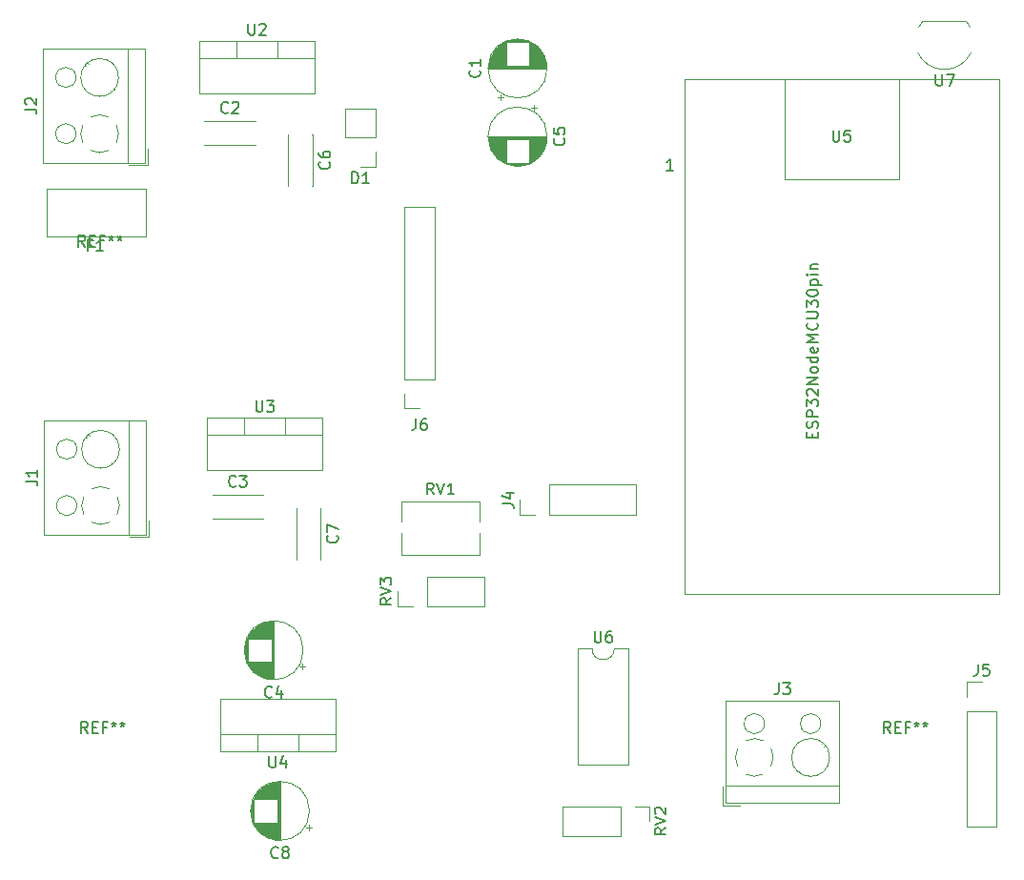
<source format=gbr>
%TF.GenerationSoftware,KiCad,Pcbnew,(5.1.9)-1*%
%TF.CreationDate,2021-03-07T20:13:41+01:00*%
%TF.ProjectId,FunctionGeneratorDDS,46756e63-7469-46f6-9e47-656e65726174,rev?*%
%TF.SameCoordinates,Original*%
%TF.FileFunction,Legend,Top*%
%TF.FilePolarity,Positive*%
%FSLAX46Y46*%
G04 Gerber Fmt 4.6, Leading zero omitted, Abs format (unit mm)*
G04 Created by KiCad (PCBNEW (5.1.9)-1) date 2021-03-07 20:13:41*
%MOMM*%
%LPD*%
G01*
G04 APERTURE LIST*
%ADD10C,0.120000*%
%ADD11C,0.150000*%
G04 APERTURE END LIST*
D10*
%TO.C,U7*%
X139567360Y-61594260D02*
X135717360Y-61594260D01*
X135324977Y-62181996D02*
G75*
G02*
X135717360Y-61594260I2302383J-1112264D01*
G01*
X135270960Y-64393067D02*
G75*
G03*
X137627360Y-65894260I2356400J1098807D01*
G01*
X139983760Y-64393067D02*
G75*
G02*
X137627360Y-65894260I-2356400J1098807D01*
G01*
X139949991Y-62172215D02*
G75*
G03*
X139567360Y-61594260I-2322631J-1122045D01*
G01*
%TO.C,D1*%
X87088020Y-74542960D02*
X85758020Y-74542960D01*
X87088020Y-73212960D02*
X87088020Y-74542960D01*
X87088020Y-71942960D02*
X84428020Y-71942960D01*
X84428020Y-71942960D02*
X84428020Y-69342960D01*
X87088020Y-71942960D02*
X87088020Y-69342960D01*
X87088020Y-69342960D02*
X84428020Y-69342960D01*
%TO.C,F1*%
X66686360Y-80702520D02*
X57946360Y-80702520D01*
X66686360Y-80702520D02*
X66686360Y-76462520D01*
X57946360Y-76462520D02*
X57946360Y-80702520D01*
X57946360Y-76462520D02*
X66686360Y-76462520D01*
%TO.C,U6*%
X109575160Y-117300700D02*
X108325160Y-117300700D01*
X109575160Y-127580700D02*
X109575160Y-117300700D01*
X105075160Y-127580700D02*
X109575160Y-127580700D01*
X105075160Y-117300700D02*
X105075160Y-127580700D01*
X106325160Y-117300700D02*
X105075160Y-117300700D01*
X108325160Y-117300700D02*
G75*
G02*
X106325160Y-117300700I-1000000J0D01*
G01*
%TO.C,U5*%
X114515900Y-66758820D02*
X142455900Y-66758820D01*
X142455900Y-66758820D02*
X142455900Y-112478820D01*
X142455900Y-112478820D02*
X114515900Y-112478820D01*
X114515900Y-112478820D02*
X114515900Y-66758820D01*
X123405900Y-66758820D02*
X123405900Y-75648820D01*
X123405900Y-75648820D02*
X133565900Y-75648820D01*
X133565900Y-75648820D02*
X133565900Y-66758820D01*
%TO.C,U4*%
X76584200Y-126401580D02*
X76584200Y-124891580D01*
X80285200Y-126401580D02*
X80285200Y-124891580D01*
X83555200Y-124891580D02*
X73315200Y-124891580D01*
X73315200Y-126401580D02*
X73315200Y-121760580D01*
X83555200Y-126401580D02*
X83555200Y-121760580D01*
X83555200Y-121760580D02*
X73315200Y-121760580D01*
X83555200Y-126401580D02*
X73315200Y-126401580D01*
%TO.C,U3*%
X79115260Y-96826320D02*
X79115260Y-98336320D01*
X75414260Y-96826320D02*
X75414260Y-98336320D01*
X72144260Y-98336320D02*
X82384260Y-98336320D01*
X82384260Y-96826320D02*
X82384260Y-101467320D01*
X72144260Y-96826320D02*
X72144260Y-101467320D01*
X72144260Y-101467320D02*
X82384260Y-101467320D01*
X72144260Y-96826320D02*
X82384260Y-96826320D01*
%TO.C,U2*%
X78432000Y-63356740D02*
X78432000Y-64866740D01*
X74731000Y-63356740D02*
X74731000Y-64866740D01*
X71461000Y-64866740D02*
X81701000Y-64866740D01*
X81701000Y-63356740D02*
X81701000Y-67997740D01*
X71461000Y-63356740D02*
X71461000Y-67997740D01*
X71461000Y-67997740D02*
X81701000Y-67997740D01*
X71461000Y-63356740D02*
X81701000Y-63356740D01*
%TO.C,RV3*%
X89060980Y-113559900D02*
X89060980Y-112229900D01*
X90390980Y-113559900D02*
X89060980Y-113559900D01*
X91660980Y-113559900D02*
X91660980Y-110899900D01*
X91660980Y-110899900D02*
X96800980Y-110899900D01*
X91660980Y-113559900D02*
X96800980Y-113559900D01*
X96800980Y-113559900D02*
X96800980Y-110899900D01*
%TO.C,RV2*%
X111441540Y-131301180D02*
X111441540Y-132631180D01*
X110111540Y-131301180D02*
X111441540Y-131301180D01*
X108841540Y-131301180D02*
X108841540Y-133961180D01*
X108841540Y-133961180D02*
X103701540Y-133961180D01*
X108841540Y-131301180D02*
X103701540Y-131301180D01*
X103701540Y-131301180D02*
X103701540Y-133961180D01*
%TO.C,RV1*%
X96360260Y-107054080D02*
X96360260Y-109018080D01*
X96360260Y-104278080D02*
X96360260Y-106064080D01*
X89410260Y-107054080D02*
X89410260Y-109018080D01*
X89410260Y-104278080D02*
X89410260Y-106064080D01*
X89410260Y-109018080D02*
X96360260Y-109018080D01*
X89410260Y-104278080D02*
X96360260Y-104278080D01*
%TO.C,J6*%
X91028520Y-95990720D02*
X89698520Y-95990720D01*
X89698520Y-95990720D02*
X89698520Y-94660720D01*
X89698520Y-93390720D02*
X89698520Y-78090720D01*
X92358520Y-78090720D02*
X89698520Y-78090720D01*
X92358520Y-93390720D02*
X92358520Y-78090720D01*
X92358520Y-93390720D02*
X89698520Y-93390720D01*
%TO.C,J5*%
X139612060Y-120262340D02*
X140942060Y-120262340D01*
X139612060Y-121592340D02*
X139612060Y-120262340D01*
X139612060Y-122862340D02*
X142272060Y-122862340D01*
X142272060Y-122862340D02*
X142272060Y-133082340D01*
X139612060Y-122862340D02*
X139612060Y-133082340D01*
X139612060Y-133082340D02*
X142272060Y-133082340D01*
%TO.C,J4*%
X99916940Y-105426820D02*
X99916940Y-104096820D01*
X101246940Y-105426820D02*
X99916940Y-105426820D01*
X102516940Y-105426820D02*
X102516940Y-102766820D01*
X102516940Y-102766820D02*
X110196940Y-102766820D01*
X102516940Y-105426820D02*
X110196940Y-105426820D01*
X110196940Y-105426820D02*
X110196940Y-102766820D01*
%TO.C,J3*%
X117949060Y-131277140D02*
X119449060Y-131277140D01*
X117949060Y-129537140D02*
X117949060Y-131277140D01*
X124569060Y-127953140D02*
X124475060Y-128046140D01*
X126819060Y-125702140D02*
X126760060Y-125761140D01*
X124739060Y-128193140D02*
X124680060Y-128251140D01*
X127024060Y-125908140D02*
X126930060Y-126001140D01*
X128309060Y-121917140D02*
X128309060Y-131037140D01*
X118189060Y-121917140D02*
X118189060Y-131037140D01*
X118189060Y-131037140D02*
X128309060Y-131037140D01*
X118189060Y-121917140D02*
X128309060Y-121917140D01*
X118189060Y-129477140D02*
X128309060Y-129477140D01*
X126649060Y-123977140D02*
G75*
G03*
X126649060Y-123977140I-900000J0D01*
G01*
X127429060Y-126977140D02*
G75*
G03*
X127429060Y-126977140I-1680000J0D01*
G01*
X121649060Y-123977140D02*
G75*
G03*
X121649060Y-123977140I-900000J0D01*
G01*
X120778443Y-128657590D02*
G75*
G02*
X119960060Y-128461140I-29383J1680450D01*
G01*
X119265107Y-127766228D02*
G75*
G02*
X119265060Y-126188140I1483953J789088D01*
G01*
X119959972Y-125493187D02*
G75*
G02*
X121538060Y-125493140I789088J-1483953D01*
G01*
X122233013Y-126188052D02*
G75*
G02*
X122233060Y-127766140I-1483953J-789088D01*
G01*
X121537772Y-128460492D02*
G75*
G02*
X120749060Y-128657140I-788712J1483352D01*
G01*
%TO.C,J2*%
X66913540Y-74392440D02*
X66913540Y-72892440D01*
X65173540Y-74392440D02*
X66913540Y-74392440D01*
X63589540Y-67772440D02*
X63682540Y-67866440D01*
X61338540Y-65522440D02*
X61397540Y-65581440D01*
X63829540Y-67602440D02*
X63887540Y-67661440D01*
X61544540Y-65317440D02*
X61637540Y-65411440D01*
X57553540Y-64032440D02*
X66673540Y-64032440D01*
X57553540Y-74152440D02*
X66673540Y-74152440D01*
X66673540Y-74152440D02*
X66673540Y-64032440D01*
X57553540Y-74152440D02*
X57553540Y-64032440D01*
X65113540Y-74152440D02*
X65113540Y-64032440D01*
X60513540Y-66592440D02*
G75*
G03*
X60513540Y-66592440I-900000J0D01*
G01*
X64293540Y-66592440D02*
G75*
G03*
X64293540Y-66592440I-1680000J0D01*
G01*
X60513540Y-71592440D02*
G75*
G03*
X60513540Y-71592440I-900000J0D01*
G01*
X64293990Y-71563057D02*
G75*
G02*
X64097540Y-72381440I-1680450J-29383D01*
G01*
X63402628Y-73076393D02*
G75*
G02*
X61824540Y-73076440I-789088J1483953D01*
G01*
X61129587Y-72381528D02*
G75*
G02*
X61129540Y-70803440I1483953J789088D01*
G01*
X61824452Y-70108487D02*
G75*
G02*
X63402540Y-70108440I789088J-1483953D01*
G01*
X64096892Y-70803728D02*
G75*
G02*
X64293540Y-71592440I-1483352J-788712D01*
G01*
%TO.C,J1*%
X66992280Y-107412440D02*
X66992280Y-105912440D01*
X65252280Y-107412440D02*
X66992280Y-107412440D01*
X63668280Y-100792440D02*
X63761280Y-100886440D01*
X61417280Y-98542440D02*
X61476280Y-98601440D01*
X63908280Y-100622440D02*
X63966280Y-100681440D01*
X61623280Y-98337440D02*
X61716280Y-98431440D01*
X57632280Y-97052440D02*
X66752280Y-97052440D01*
X57632280Y-107172440D02*
X66752280Y-107172440D01*
X66752280Y-107172440D02*
X66752280Y-97052440D01*
X57632280Y-107172440D02*
X57632280Y-97052440D01*
X65192280Y-107172440D02*
X65192280Y-97052440D01*
X60592280Y-99612440D02*
G75*
G03*
X60592280Y-99612440I-900000J0D01*
G01*
X64372280Y-99612440D02*
G75*
G03*
X64372280Y-99612440I-1680000J0D01*
G01*
X60592280Y-104612440D02*
G75*
G03*
X60592280Y-104612440I-900000J0D01*
G01*
X64372730Y-104583057D02*
G75*
G02*
X64176280Y-105401440I-1680450J-29383D01*
G01*
X63481368Y-106096393D02*
G75*
G02*
X61903280Y-106096440I-789088J1483953D01*
G01*
X61208327Y-105401528D02*
G75*
G02*
X61208280Y-103823440I1483953J789088D01*
G01*
X61903192Y-103128487D02*
G75*
G02*
X63481280Y-103128440I789088J-1483953D01*
G01*
X64175632Y-103823728D02*
G75*
G02*
X64372280Y-104612440I-1483352J-788712D01*
G01*
%TO.C,C8*%
X81177615Y-133446860D02*
X81177615Y-132946860D01*
X81427615Y-133196860D02*
X80927615Y-133196860D01*
X76021840Y-132005860D02*
X76021840Y-131437860D01*
X76061840Y-132239860D02*
X76061840Y-131203860D01*
X76101840Y-132398860D02*
X76101840Y-131044860D01*
X76141840Y-132526860D02*
X76141840Y-130916860D01*
X76181840Y-132636860D02*
X76181840Y-130806860D01*
X76221840Y-132732860D02*
X76221840Y-130710860D01*
X76261840Y-132819860D02*
X76261840Y-130623860D01*
X76301840Y-132899860D02*
X76301840Y-130543860D01*
X76341840Y-130681860D02*
X76341840Y-130470860D01*
X76341840Y-132972860D02*
X76341840Y-132761860D01*
X76381840Y-130681860D02*
X76381840Y-130402860D01*
X76381840Y-133040860D02*
X76381840Y-132761860D01*
X76421840Y-130681860D02*
X76421840Y-130338860D01*
X76421840Y-133104860D02*
X76421840Y-132761860D01*
X76461840Y-130681860D02*
X76461840Y-130278860D01*
X76461840Y-133164860D02*
X76461840Y-132761860D01*
X76501840Y-130681860D02*
X76501840Y-130221860D01*
X76501840Y-133221860D02*
X76501840Y-132761860D01*
X76541840Y-130681860D02*
X76541840Y-130167860D01*
X76541840Y-133275860D02*
X76541840Y-132761860D01*
X76581840Y-130681860D02*
X76581840Y-130116860D01*
X76581840Y-133326860D02*
X76581840Y-132761860D01*
X76621840Y-130681860D02*
X76621840Y-130068860D01*
X76621840Y-133374860D02*
X76621840Y-132761860D01*
X76661840Y-130681860D02*
X76661840Y-130022860D01*
X76661840Y-133420860D02*
X76661840Y-132761860D01*
X76701840Y-130681860D02*
X76701840Y-129978860D01*
X76701840Y-133464860D02*
X76701840Y-132761860D01*
X76741840Y-130681860D02*
X76741840Y-129936860D01*
X76741840Y-133506860D02*
X76741840Y-132761860D01*
X76781840Y-130681860D02*
X76781840Y-129895860D01*
X76781840Y-133547860D02*
X76781840Y-132761860D01*
X76821840Y-130681860D02*
X76821840Y-129857860D01*
X76821840Y-133585860D02*
X76821840Y-132761860D01*
X76861840Y-130681860D02*
X76861840Y-129820860D01*
X76861840Y-133622860D02*
X76861840Y-132761860D01*
X76901840Y-130681860D02*
X76901840Y-129784860D01*
X76901840Y-133658860D02*
X76901840Y-132761860D01*
X76941840Y-130681860D02*
X76941840Y-129750860D01*
X76941840Y-133692860D02*
X76941840Y-132761860D01*
X76981840Y-130681860D02*
X76981840Y-129717860D01*
X76981840Y-133725860D02*
X76981840Y-132761860D01*
X77021840Y-130681860D02*
X77021840Y-129686860D01*
X77021840Y-133756860D02*
X77021840Y-132761860D01*
X77061840Y-130681860D02*
X77061840Y-129656860D01*
X77061840Y-133786860D02*
X77061840Y-132761860D01*
X77101840Y-130681860D02*
X77101840Y-129626860D01*
X77101840Y-133816860D02*
X77101840Y-132761860D01*
X77141840Y-130681860D02*
X77141840Y-129599860D01*
X77141840Y-133843860D02*
X77141840Y-132761860D01*
X77181840Y-130681860D02*
X77181840Y-129572860D01*
X77181840Y-133870860D02*
X77181840Y-132761860D01*
X77221840Y-130681860D02*
X77221840Y-129546860D01*
X77221840Y-133896860D02*
X77221840Y-132761860D01*
X77261840Y-130681860D02*
X77261840Y-129521860D01*
X77261840Y-133921860D02*
X77261840Y-132761860D01*
X77301840Y-130681860D02*
X77301840Y-129497860D01*
X77301840Y-133945860D02*
X77301840Y-132761860D01*
X77341840Y-130681860D02*
X77341840Y-129474860D01*
X77341840Y-133968860D02*
X77341840Y-132761860D01*
X77381840Y-130681860D02*
X77381840Y-129453860D01*
X77381840Y-133989860D02*
X77381840Y-132761860D01*
X77421840Y-130681860D02*
X77421840Y-129431860D01*
X77421840Y-134011860D02*
X77421840Y-132761860D01*
X77461840Y-130681860D02*
X77461840Y-129411860D01*
X77461840Y-134031860D02*
X77461840Y-132761860D01*
X77501840Y-130681860D02*
X77501840Y-129392860D01*
X77501840Y-134050860D02*
X77501840Y-132761860D01*
X77541840Y-130681860D02*
X77541840Y-129373860D01*
X77541840Y-134069860D02*
X77541840Y-132761860D01*
X77581840Y-130681860D02*
X77581840Y-129356860D01*
X77581840Y-134086860D02*
X77581840Y-132761860D01*
X77621840Y-130681860D02*
X77621840Y-129339860D01*
X77621840Y-134103860D02*
X77621840Y-132761860D01*
X77661840Y-130681860D02*
X77661840Y-129323860D01*
X77661840Y-134119860D02*
X77661840Y-132761860D01*
X77701840Y-130681860D02*
X77701840Y-129307860D01*
X77701840Y-134135860D02*
X77701840Y-132761860D01*
X77741840Y-130681860D02*
X77741840Y-129293860D01*
X77741840Y-134149860D02*
X77741840Y-132761860D01*
X77781840Y-130681860D02*
X77781840Y-129279860D01*
X77781840Y-134163860D02*
X77781840Y-132761860D01*
X77821840Y-130681860D02*
X77821840Y-129266860D01*
X77821840Y-134176860D02*
X77821840Y-132761860D01*
X77861840Y-130681860D02*
X77861840Y-129253860D01*
X77861840Y-134189860D02*
X77861840Y-132761860D01*
X77901840Y-130681860D02*
X77901840Y-129241860D01*
X77901840Y-134201860D02*
X77901840Y-132761860D01*
X77942840Y-130681860D02*
X77942840Y-129230860D01*
X77942840Y-134212860D02*
X77942840Y-132761860D01*
X77982840Y-130681860D02*
X77982840Y-129220860D01*
X77982840Y-134222860D02*
X77982840Y-132761860D01*
X78022840Y-130681860D02*
X78022840Y-129210860D01*
X78022840Y-134232860D02*
X78022840Y-132761860D01*
X78062840Y-130681860D02*
X78062840Y-129201860D01*
X78062840Y-134241860D02*
X78062840Y-132761860D01*
X78102840Y-130681860D02*
X78102840Y-129193860D01*
X78102840Y-134249860D02*
X78102840Y-132761860D01*
X78142840Y-130681860D02*
X78142840Y-129185860D01*
X78142840Y-134257860D02*
X78142840Y-132761860D01*
X78182840Y-130681860D02*
X78182840Y-129178860D01*
X78182840Y-134264860D02*
X78182840Y-132761860D01*
X78222840Y-130681860D02*
X78222840Y-129171860D01*
X78222840Y-134271860D02*
X78222840Y-132761860D01*
X78262840Y-130681860D02*
X78262840Y-129165860D01*
X78262840Y-134277860D02*
X78262840Y-132761860D01*
X78302840Y-130681860D02*
X78302840Y-129160860D01*
X78302840Y-134282860D02*
X78302840Y-132761860D01*
X78342840Y-130681860D02*
X78342840Y-129156860D01*
X78342840Y-134286860D02*
X78342840Y-132761860D01*
X78382840Y-130681860D02*
X78382840Y-129152860D01*
X78382840Y-134290860D02*
X78382840Y-132761860D01*
X78422840Y-134294860D02*
X78422840Y-129148860D01*
X78462840Y-134297860D02*
X78462840Y-129145860D01*
X78502840Y-134299860D02*
X78502840Y-129143860D01*
X78542840Y-134300860D02*
X78542840Y-129142860D01*
X78582840Y-134301860D02*
X78582840Y-129141860D01*
X78622840Y-134301860D02*
X78622840Y-129141860D01*
X81242840Y-131721860D02*
G75*
G03*
X81242840Y-131721860I-2620000J0D01*
G01*
%TO.C,C7*%
X80077680Y-109382440D02*
X80062680Y-109382440D01*
X82202680Y-109382440D02*
X82187680Y-109382440D01*
X80077680Y-104842440D02*
X80062680Y-104842440D01*
X82202680Y-104842440D02*
X82187680Y-104842440D01*
X80062680Y-104842440D02*
X80062680Y-109382440D01*
X82202680Y-104842440D02*
X82202680Y-109382440D01*
%TO.C,C6*%
X79369020Y-76204960D02*
X79354020Y-76204960D01*
X81494020Y-76204960D02*
X81479020Y-76204960D01*
X79369020Y-71664960D02*
X79354020Y-71664960D01*
X81494020Y-71664960D02*
X81479020Y-71664960D01*
X79354020Y-71664960D02*
X79354020Y-76204960D01*
X81494020Y-71664960D02*
X81494020Y-76204960D01*
%TO.C,C5*%
X101447940Y-69281825D02*
X100947940Y-69281825D01*
X101197940Y-69031825D02*
X101197940Y-69531825D01*
X100006940Y-74437600D02*
X99438940Y-74437600D01*
X100240940Y-74397600D02*
X99204940Y-74397600D01*
X100399940Y-74357600D02*
X99045940Y-74357600D01*
X100527940Y-74317600D02*
X98917940Y-74317600D01*
X100637940Y-74277600D02*
X98807940Y-74277600D01*
X100733940Y-74237600D02*
X98711940Y-74237600D01*
X100820940Y-74197600D02*
X98624940Y-74197600D01*
X100900940Y-74157600D02*
X98544940Y-74157600D01*
X98682940Y-74117600D02*
X98471940Y-74117600D01*
X100973940Y-74117600D02*
X100762940Y-74117600D01*
X98682940Y-74077600D02*
X98403940Y-74077600D01*
X101041940Y-74077600D02*
X100762940Y-74077600D01*
X98682940Y-74037600D02*
X98339940Y-74037600D01*
X101105940Y-74037600D02*
X100762940Y-74037600D01*
X98682940Y-73997600D02*
X98279940Y-73997600D01*
X101165940Y-73997600D02*
X100762940Y-73997600D01*
X98682940Y-73957600D02*
X98222940Y-73957600D01*
X101222940Y-73957600D02*
X100762940Y-73957600D01*
X98682940Y-73917600D02*
X98168940Y-73917600D01*
X101276940Y-73917600D02*
X100762940Y-73917600D01*
X98682940Y-73877600D02*
X98117940Y-73877600D01*
X101327940Y-73877600D02*
X100762940Y-73877600D01*
X98682940Y-73837600D02*
X98069940Y-73837600D01*
X101375940Y-73837600D02*
X100762940Y-73837600D01*
X98682940Y-73797600D02*
X98023940Y-73797600D01*
X101421940Y-73797600D02*
X100762940Y-73797600D01*
X98682940Y-73757600D02*
X97979940Y-73757600D01*
X101465940Y-73757600D02*
X100762940Y-73757600D01*
X98682940Y-73717600D02*
X97937940Y-73717600D01*
X101507940Y-73717600D02*
X100762940Y-73717600D01*
X98682940Y-73677600D02*
X97896940Y-73677600D01*
X101548940Y-73677600D02*
X100762940Y-73677600D01*
X98682940Y-73637600D02*
X97858940Y-73637600D01*
X101586940Y-73637600D02*
X100762940Y-73637600D01*
X98682940Y-73597600D02*
X97821940Y-73597600D01*
X101623940Y-73597600D02*
X100762940Y-73597600D01*
X98682940Y-73557600D02*
X97785940Y-73557600D01*
X101659940Y-73557600D02*
X100762940Y-73557600D01*
X98682940Y-73517600D02*
X97751940Y-73517600D01*
X101693940Y-73517600D02*
X100762940Y-73517600D01*
X98682940Y-73477600D02*
X97718940Y-73477600D01*
X101726940Y-73477600D02*
X100762940Y-73477600D01*
X98682940Y-73437600D02*
X97687940Y-73437600D01*
X101757940Y-73437600D02*
X100762940Y-73437600D01*
X98682940Y-73397600D02*
X97657940Y-73397600D01*
X101787940Y-73397600D02*
X100762940Y-73397600D01*
X98682940Y-73357600D02*
X97627940Y-73357600D01*
X101817940Y-73357600D02*
X100762940Y-73357600D01*
X98682940Y-73317600D02*
X97600940Y-73317600D01*
X101844940Y-73317600D02*
X100762940Y-73317600D01*
X98682940Y-73277600D02*
X97573940Y-73277600D01*
X101871940Y-73277600D02*
X100762940Y-73277600D01*
X98682940Y-73237600D02*
X97547940Y-73237600D01*
X101897940Y-73237600D02*
X100762940Y-73237600D01*
X98682940Y-73197600D02*
X97522940Y-73197600D01*
X101922940Y-73197600D02*
X100762940Y-73197600D01*
X98682940Y-73157600D02*
X97498940Y-73157600D01*
X101946940Y-73157600D02*
X100762940Y-73157600D01*
X98682940Y-73117600D02*
X97475940Y-73117600D01*
X101969940Y-73117600D02*
X100762940Y-73117600D01*
X98682940Y-73077600D02*
X97454940Y-73077600D01*
X101990940Y-73077600D02*
X100762940Y-73077600D01*
X98682940Y-73037600D02*
X97432940Y-73037600D01*
X102012940Y-73037600D02*
X100762940Y-73037600D01*
X98682940Y-72997600D02*
X97412940Y-72997600D01*
X102032940Y-72997600D02*
X100762940Y-72997600D01*
X98682940Y-72957600D02*
X97393940Y-72957600D01*
X102051940Y-72957600D02*
X100762940Y-72957600D01*
X98682940Y-72917600D02*
X97374940Y-72917600D01*
X102070940Y-72917600D02*
X100762940Y-72917600D01*
X98682940Y-72877600D02*
X97357940Y-72877600D01*
X102087940Y-72877600D02*
X100762940Y-72877600D01*
X98682940Y-72837600D02*
X97340940Y-72837600D01*
X102104940Y-72837600D02*
X100762940Y-72837600D01*
X98682940Y-72797600D02*
X97324940Y-72797600D01*
X102120940Y-72797600D02*
X100762940Y-72797600D01*
X98682940Y-72757600D02*
X97308940Y-72757600D01*
X102136940Y-72757600D02*
X100762940Y-72757600D01*
X98682940Y-72717600D02*
X97294940Y-72717600D01*
X102150940Y-72717600D02*
X100762940Y-72717600D01*
X98682940Y-72677600D02*
X97280940Y-72677600D01*
X102164940Y-72677600D02*
X100762940Y-72677600D01*
X98682940Y-72637600D02*
X97267940Y-72637600D01*
X102177940Y-72637600D02*
X100762940Y-72637600D01*
X98682940Y-72597600D02*
X97254940Y-72597600D01*
X102190940Y-72597600D02*
X100762940Y-72597600D01*
X98682940Y-72557600D02*
X97242940Y-72557600D01*
X102202940Y-72557600D02*
X100762940Y-72557600D01*
X98682940Y-72516600D02*
X97231940Y-72516600D01*
X102213940Y-72516600D02*
X100762940Y-72516600D01*
X98682940Y-72476600D02*
X97221940Y-72476600D01*
X102223940Y-72476600D02*
X100762940Y-72476600D01*
X98682940Y-72436600D02*
X97211940Y-72436600D01*
X102233940Y-72436600D02*
X100762940Y-72436600D01*
X98682940Y-72396600D02*
X97202940Y-72396600D01*
X102242940Y-72396600D02*
X100762940Y-72396600D01*
X98682940Y-72356600D02*
X97194940Y-72356600D01*
X102250940Y-72356600D02*
X100762940Y-72356600D01*
X98682940Y-72316600D02*
X97186940Y-72316600D01*
X102258940Y-72316600D02*
X100762940Y-72316600D01*
X98682940Y-72276600D02*
X97179940Y-72276600D01*
X102265940Y-72276600D02*
X100762940Y-72276600D01*
X98682940Y-72236600D02*
X97172940Y-72236600D01*
X102272940Y-72236600D02*
X100762940Y-72236600D01*
X98682940Y-72196600D02*
X97166940Y-72196600D01*
X102278940Y-72196600D02*
X100762940Y-72196600D01*
X98682940Y-72156600D02*
X97161940Y-72156600D01*
X102283940Y-72156600D02*
X100762940Y-72156600D01*
X98682940Y-72116600D02*
X97157940Y-72116600D01*
X102287940Y-72116600D02*
X100762940Y-72116600D01*
X98682940Y-72076600D02*
X97153940Y-72076600D01*
X102291940Y-72076600D02*
X100762940Y-72076600D01*
X102295940Y-72036600D02*
X97149940Y-72036600D01*
X102298940Y-71996600D02*
X97146940Y-71996600D01*
X102300940Y-71956600D02*
X97144940Y-71956600D01*
X102301940Y-71916600D02*
X97143940Y-71916600D01*
X102302940Y-71876600D02*
X97142940Y-71876600D01*
X102302940Y-71836600D02*
X97142940Y-71836600D01*
X102342940Y-71836600D02*
G75*
G03*
X102342940Y-71836600I-2620000J0D01*
G01*
%TO.C,C4*%
X80623895Y-119182220D02*
X80623895Y-118682220D01*
X80873895Y-118932220D02*
X80373895Y-118932220D01*
X75468120Y-117741220D02*
X75468120Y-117173220D01*
X75508120Y-117975220D02*
X75508120Y-116939220D01*
X75548120Y-118134220D02*
X75548120Y-116780220D01*
X75588120Y-118262220D02*
X75588120Y-116652220D01*
X75628120Y-118372220D02*
X75628120Y-116542220D01*
X75668120Y-118468220D02*
X75668120Y-116446220D01*
X75708120Y-118555220D02*
X75708120Y-116359220D01*
X75748120Y-118635220D02*
X75748120Y-116279220D01*
X75788120Y-116417220D02*
X75788120Y-116206220D01*
X75788120Y-118708220D02*
X75788120Y-118497220D01*
X75828120Y-116417220D02*
X75828120Y-116138220D01*
X75828120Y-118776220D02*
X75828120Y-118497220D01*
X75868120Y-116417220D02*
X75868120Y-116074220D01*
X75868120Y-118840220D02*
X75868120Y-118497220D01*
X75908120Y-116417220D02*
X75908120Y-116014220D01*
X75908120Y-118900220D02*
X75908120Y-118497220D01*
X75948120Y-116417220D02*
X75948120Y-115957220D01*
X75948120Y-118957220D02*
X75948120Y-118497220D01*
X75988120Y-116417220D02*
X75988120Y-115903220D01*
X75988120Y-119011220D02*
X75988120Y-118497220D01*
X76028120Y-116417220D02*
X76028120Y-115852220D01*
X76028120Y-119062220D02*
X76028120Y-118497220D01*
X76068120Y-116417220D02*
X76068120Y-115804220D01*
X76068120Y-119110220D02*
X76068120Y-118497220D01*
X76108120Y-116417220D02*
X76108120Y-115758220D01*
X76108120Y-119156220D02*
X76108120Y-118497220D01*
X76148120Y-116417220D02*
X76148120Y-115714220D01*
X76148120Y-119200220D02*
X76148120Y-118497220D01*
X76188120Y-116417220D02*
X76188120Y-115672220D01*
X76188120Y-119242220D02*
X76188120Y-118497220D01*
X76228120Y-116417220D02*
X76228120Y-115631220D01*
X76228120Y-119283220D02*
X76228120Y-118497220D01*
X76268120Y-116417220D02*
X76268120Y-115593220D01*
X76268120Y-119321220D02*
X76268120Y-118497220D01*
X76308120Y-116417220D02*
X76308120Y-115556220D01*
X76308120Y-119358220D02*
X76308120Y-118497220D01*
X76348120Y-116417220D02*
X76348120Y-115520220D01*
X76348120Y-119394220D02*
X76348120Y-118497220D01*
X76388120Y-116417220D02*
X76388120Y-115486220D01*
X76388120Y-119428220D02*
X76388120Y-118497220D01*
X76428120Y-116417220D02*
X76428120Y-115453220D01*
X76428120Y-119461220D02*
X76428120Y-118497220D01*
X76468120Y-116417220D02*
X76468120Y-115422220D01*
X76468120Y-119492220D02*
X76468120Y-118497220D01*
X76508120Y-116417220D02*
X76508120Y-115392220D01*
X76508120Y-119522220D02*
X76508120Y-118497220D01*
X76548120Y-116417220D02*
X76548120Y-115362220D01*
X76548120Y-119552220D02*
X76548120Y-118497220D01*
X76588120Y-116417220D02*
X76588120Y-115335220D01*
X76588120Y-119579220D02*
X76588120Y-118497220D01*
X76628120Y-116417220D02*
X76628120Y-115308220D01*
X76628120Y-119606220D02*
X76628120Y-118497220D01*
X76668120Y-116417220D02*
X76668120Y-115282220D01*
X76668120Y-119632220D02*
X76668120Y-118497220D01*
X76708120Y-116417220D02*
X76708120Y-115257220D01*
X76708120Y-119657220D02*
X76708120Y-118497220D01*
X76748120Y-116417220D02*
X76748120Y-115233220D01*
X76748120Y-119681220D02*
X76748120Y-118497220D01*
X76788120Y-116417220D02*
X76788120Y-115210220D01*
X76788120Y-119704220D02*
X76788120Y-118497220D01*
X76828120Y-116417220D02*
X76828120Y-115189220D01*
X76828120Y-119725220D02*
X76828120Y-118497220D01*
X76868120Y-116417220D02*
X76868120Y-115167220D01*
X76868120Y-119747220D02*
X76868120Y-118497220D01*
X76908120Y-116417220D02*
X76908120Y-115147220D01*
X76908120Y-119767220D02*
X76908120Y-118497220D01*
X76948120Y-116417220D02*
X76948120Y-115128220D01*
X76948120Y-119786220D02*
X76948120Y-118497220D01*
X76988120Y-116417220D02*
X76988120Y-115109220D01*
X76988120Y-119805220D02*
X76988120Y-118497220D01*
X77028120Y-116417220D02*
X77028120Y-115092220D01*
X77028120Y-119822220D02*
X77028120Y-118497220D01*
X77068120Y-116417220D02*
X77068120Y-115075220D01*
X77068120Y-119839220D02*
X77068120Y-118497220D01*
X77108120Y-116417220D02*
X77108120Y-115059220D01*
X77108120Y-119855220D02*
X77108120Y-118497220D01*
X77148120Y-116417220D02*
X77148120Y-115043220D01*
X77148120Y-119871220D02*
X77148120Y-118497220D01*
X77188120Y-116417220D02*
X77188120Y-115029220D01*
X77188120Y-119885220D02*
X77188120Y-118497220D01*
X77228120Y-116417220D02*
X77228120Y-115015220D01*
X77228120Y-119899220D02*
X77228120Y-118497220D01*
X77268120Y-116417220D02*
X77268120Y-115002220D01*
X77268120Y-119912220D02*
X77268120Y-118497220D01*
X77308120Y-116417220D02*
X77308120Y-114989220D01*
X77308120Y-119925220D02*
X77308120Y-118497220D01*
X77348120Y-116417220D02*
X77348120Y-114977220D01*
X77348120Y-119937220D02*
X77348120Y-118497220D01*
X77389120Y-116417220D02*
X77389120Y-114966220D01*
X77389120Y-119948220D02*
X77389120Y-118497220D01*
X77429120Y-116417220D02*
X77429120Y-114956220D01*
X77429120Y-119958220D02*
X77429120Y-118497220D01*
X77469120Y-116417220D02*
X77469120Y-114946220D01*
X77469120Y-119968220D02*
X77469120Y-118497220D01*
X77509120Y-116417220D02*
X77509120Y-114937220D01*
X77509120Y-119977220D02*
X77509120Y-118497220D01*
X77549120Y-116417220D02*
X77549120Y-114929220D01*
X77549120Y-119985220D02*
X77549120Y-118497220D01*
X77589120Y-116417220D02*
X77589120Y-114921220D01*
X77589120Y-119993220D02*
X77589120Y-118497220D01*
X77629120Y-116417220D02*
X77629120Y-114914220D01*
X77629120Y-120000220D02*
X77629120Y-118497220D01*
X77669120Y-116417220D02*
X77669120Y-114907220D01*
X77669120Y-120007220D02*
X77669120Y-118497220D01*
X77709120Y-116417220D02*
X77709120Y-114901220D01*
X77709120Y-120013220D02*
X77709120Y-118497220D01*
X77749120Y-116417220D02*
X77749120Y-114896220D01*
X77749120Y-120018220D02*
X77749120Y-118497220D01*
X77789120Y-116417220D02*
X77789120Y-114892220D01*
X77789120Y-120022220D02*
X77789120Y-118497220D01*
X77829120Y-116417220D02*
X77829120Y-114888220D01*
X77829120Y-120026220D02*
X77829120Y-118497220D01*
X77869120Y-120030220D02*
X77869120Y-114884220D01*
X77909120Y-120033220D02*
X77909120Y-114881220D01*
X77949120Y-120035220D02*
X77949120Y-114879220D01*
X77989120Y-120036220D02*
X77989120Y-114878220D01*
X78029120Y-120037220D02*
X78029120Y-114877220D01*
X78069120Y-120037220D02*
X78069120Y-114877220D01*
X80689120Y-117457220D02*
G75*
G03*
X80689120Y-117457220I-2620000J0D01*
G01*
%TO.C,C3*%
X77154920Y-105746180D02*
X77154920Y-105761180D01*
X77154920Y-103621180D02*
X77154920Y-103636180D01*
X72614920Y-105746180D02*
X72614920Y-105761180D01*
X72614920Y-103621180D02*
X72614920Y-103636180D01*
X72614920Y-105761180D02*
X77154920Y-105761180D01*
X72614920Y-103621180D02*
X77154920Y-103621180D01*
%TO.C,C2*%
X76446260Y-72568700D02*
X76446260Y-72583700D01*
X76446260Y-70443700D02*
X76446260Y-70458700D01*
X71906260Y-72568700D02*
X71906260Y-72583700D01*
X71906260Y-70443700D02*
X71906260Y-70458700D01*
X71906260Y-72583700D02*
X76446260Y-72583700D01*
X71906260Y-70443700D02*
X76446260Y-70443700D01*
%TO.C,C1*%
X97997940Y-68342995D02*
X98497940Y-68342995D01*
X98247940Y-68592995D02*
X98247940Y-68092995D01*
X99438940Y-63187220D02*
X100006940Y-63187220D01*
X99204940Y-63227220D02*
X100240940Y-63227220D01*
X99045940Y-63267220D02*
X100399940Y-63267220D01*
X98917940Y-63307220D02*
X100527940Y-63307220D01*
X98807940Y-63347220D02*
X100637940Y-63347220D01*
X98711940Y-63387220D02*
X100733940Y-63387220D01*
X98624940Y-63427220D02*
X100820940Y-63427220D01*
X98544940Y-63467220D02*
X100900940Y-63467220D01*
X100762940Y-63507220D02*
X100973940Y-63507220D01*
X98471940Y-63507220D02*
X98682940Y-63507220D01*
X100762940Y-63547220D02*
X101041940Y-63547220D01*
X98403940Y-63547220D02*
X98682940Y-63547220D01*
X100762940Y-63587220D02*
X101105940Y-63587220D01*
X98339940Y-63587220D02*
X98682940Y-63587220D01*
X100762940Y-63627220D02*
X101165940Y-63627220D01*
X98279940Y-63627220D02*
X98682940Y-63627220D01*
X100762940Y-63667220D02*
X101222940Y-63667220D01*
X98222940Y-63667220D02*
X98682940Y-63667220D01*
X100762940Y-63707220D02*
X101276940Y-63707220D01*
X98168940Y-63707220D02*
X98682940Y-63707220D01*
X100762940Y-63747220D02*
X101327940Y-63747220D01*
X98117940Y-63747220D02*
X98682940Y-63747220D01*
X100762940Y-63787220D02*
X101375940Y-63787220D01*
X98069940Y-63787220D02*
X98682940Y-63787220D01*
X100762940Y-63827220D02*
X101421940Y-63827220D01*
X98023940Y-63827220D02*
X98682940Y-63827220D01*
X100762940Y-63867220D02*
X101465940Y-63867220D01*
X97979940Y-63867220D02*
X98682940Y-63867220D01*
X100762940Y-63907220D02*
X101507940Y-63907220D01*
X97937940Y-63907220D02*
X98682940Y-63907220D01*
X100762940Y-63947220D02*
X101548940Y-63947220D01*
X97896940Y-63947220D02*
X98682940Y-63947220D01*
X100762940Y-63987220D02*
X101586940Y-63987220D01*
X97858940Y-63987220D02*
X98682940Y-63987220D01*
X100762940Y-64027220D02*
X101623940Y-64027220D01*
X97821940Y-64027220D02*
X98682940Y-64027220D01*
X100762940Y-64067220D02*
X101659940Y-64067220D01*
X97785940Y-64067220D02*
X98682940Y-64067220D01*
X100762940Y-64107220D02*
X101693940Y-64107220D01*
X97751940Y-64107220D02*
X98682940Y-64107220D01*
X100762940Y-64147220D02*
X101726940Y-64147220D01*
X97718940Y-64147220D02*
X98682940Y-64147220D01*
X100762940Y-64187220D02*
X101757940Y-64187220D01*
X97687940Y-64187220D02*
X98682940Y-64187220D01*
X100762940Y-64227220D02*
X101787940Y-64227220D01*
X97657940Y-64227220D02*
X98682940Y-64227220D01*
X100762940Y-64267220D02*
X101817940Y-64267220D01*
X97627940Y-64267220D02*
X98682940Y-64267220D01*
X100762940Y-64307220D02*
X101844940Y-64307220D01*
X97600940Y-64307220D02*
X98682940Y-64307220D01*
X100762940Y-64347220D02*
X101871940Y-64347220D01*
X97573940Y-64347220D02*
X98682940Y-64347220D01*
X100762940Y-64387220D02*
X101897940Y-64387220D01*
X97547940Y-64387220D02*
X98682940Y-64387220D01*
X100762940Y-64427220D02*
X101922940Y-64427220D01*
X97522940Y-64427220D02*
X98682940Y-64427220D01*
X100762940Y-64467220D02*
X101946940Y-64467220D01*
X97498940Y-64467220D02*
X98682940Y-64467220D01*
X100762940Y-64507220D02*
X101969940Y-64507220D01*
X97475940Y-64507220D02*
X98682940Y-64507220D01*
X100762940Y-64547220D02*
X101990940Y-64547220D01*
X97454940Y-64547220D02*
X98682940Y-64547220D01*
X100762940Y-64587220D02*
X102012940Y-64587220D01*
X97432940Y-64587220D02*
X98682940Y-64587220D01*
X100762940Y-64627220D02*
X102032940Y-64627220D01*
X97412940Y-64627220D02*
X98682940Y-64627220D01*
X100762940Y-64667220D02*
X102051940Y-64667220D01*
X97393940Y-64667220D02*
X98682940Y-64667220D01*
X100762940Y-64707220D02*
X102070940Y-64707220D01*
X97374940Y-64707220D02*
X98682940Y-64707220D01*
X100762940Y-64747220D02*
X102087940Y-64747220D01*
X97357940Y-64747220D02*
X98682940Y-64747220D01*
X100762940Y-64787220D02*
X102104940Y-64787220D01*
X97340940Y-64787220D02*
X98682940Y-64787220D01*
X100762940Y-64827220D02*
X102120940Y-64827220D01*
X97324940Y-64827220D02*
X98682940Y-64827220D01*
X100762940Y-64867220D02*
X102136940Y-64867220D01*
X97308940Y-64867220D02*
X98682940Y-64867220D01*
X100762940Y-64907220D02*
X102150940Y-64907220D01*
X97294940Y-64907220D02*
X98682940Y-64907220D01*
X100762940Y-64947220D02*
X102164940Y-64947220D01*
X97280940Y-64947220D02*
X98682940Y-64947220D01*
X100762940Y-64987220D02*
X102177940Y-64987220D01*
X97267940Y-64987220D02*
X98682940Y-64987220D01*
X100762940Y-65027220D02*
X102190940Y-65027220D01*
X97254940Y-65027220D02*
X98682940Y-65027220D01*
X100762940Y-65067220D02*
X102202940Y-65067220D01*
X97242940Y-65067220D02*
X98682940Y-65067220D01*
X100762940Y-65108220D02*
X102213940Y-65108220D01*
X97231940Y-65108220D02*
X98682940Y-65108220D01*
X100762940Y-65148220D02*
X102223940Y-65148220D01*
X97221940Y-65148220D02*
X98682940Y-65148220D01*
X100762940Y-65188220D02*
X102233940Y-65188220D01*
X97211940Y-65188220D02*
X98682940Y-65188220D01*
X100762940Y-65228220D02*
X102242940Y-65228220D01*
X97202940Y-65228220D02*
X98682940Y-65228220D01*
X100762940Y-65268220D02*
X102250940Y-65268220D01*
X97194940Y-65268220D02*
X98682940Y-65268220D01*
X100762940Y-65308220D02*
X102258940Y-65308220D01*
X97186940Y-65308220D02*
X98682940Y-65308220D01*
X100762940Y-65348220D02*
X102265940Y-65348220D01*
X97179940Y-65348220D02*
X98682940Y-65348220D01*
X100762940Y-65388220D02*
X102272940Y-65388220D01*
X97172940Y-65388220D02*
X98682940Y-65388220D01*
X100762940Y-65428220D02*
X102278940Y-65428220D01*
X97166940Y-65428220D02*
X98682940Y-65428220D01*
X100762940Y-65468220D02*
X102283940Y-65468220D01*
X97161940Y-65468220D02*
X98682940Y-65468220D01*
X100762940Y-65508220D02*
X102287940Y-65508220D01*
X97157940Y-65508220D02*
X98682940Y-65508220D01*
X100762940Y-65548220D02*
X102291940Y-65548220D01*
X97153940Y-65548220D02*
X98682940Y-65548220D01*
X97149940Y-65588220D02*
X102295940Y-65588220D01*
X97146940Y-65628220D02*
X102298940Y-65628220D01*
X97144940Y-65668220D02*
X102300940Y-65668220D01*
X97143940Y-65708220D02*
X102301940Y-65708220D01*
X97142940Y-65748220D02*
X102302940Y-65748220D01*
X97142940Y-65788220D02*
X102302940Y-65788220D01*
X102342940Y-65788220D02*
G75*
G03*
X102342940Y-65788220I-2620000J0D01*
G01*
%TO.C,U7*%
D11*
X136865455Y-66306640D02*
X136865455Y-67116164D01*
X136913074Y-67211402D01*
X136960693Y-67259021D01*
X137055931Y-67306640D01*
X137246407Y-67306640D01*
X137341645Y-67259021D01*
X137389264Y-67211402D01*
X137436883Y-67116164D01*
X137436883Y-66306640D01*
X137817836Y-66306640D02*
X138484502Y-66306640D01*
X138055931Y-67306640D01*
%TO.C,D1*%
X85019924Y-75995340D02*
X85019924Y-74995340D01*
X85258020Y-74995340D01*
X85400877Y-75042960D01*
X85496115Y-75138198D01*
X85543734Y-75233436D01*
X85591353Y-75423912D01*
X85591353Y-75566769D01*
X85543734Y-75757245D01*
X85496115Y-75852483D01*
X85400877Y-75947721D01*
X85258020Y-75995340D01*
X85019924Y-75995340D01*
X86543734Y-75995340D02*
X85972305Y-75995340D01*
X86258020Y-75995340D02*
X86258020Y-74995340D01*
X86162781Y-75138198D01*
X86067543Y-75233436D01*
X85972305Y-75281055D01*
%TO.C,F1*%
X61873026Y-81461091D02*
X61539693Y-81461091D01*
X61539693Y-81984900D02*
X61539693Y-80984900D01*
X62015883Y-80984900D01*
X62920645Y-81984900D02*
X62349217Y-81984900D01*
X62634931Y-81984900D02*
X62634931Y-80984900D01*
X62539693Y-81127758D01*
X62444455Y-81222996D01*
X62349217Y-81270615D01*
%TO.C,REF\u002A\u002A*%
X132837086Y-124801780D02*
X132503753Y-124325590D01*
X132265658Y-124801780D02*
X132265658Y-123801780D01*
X132646610Y-123801780D01*
X132741848Y-123849400D01*
X132789467Y-123897019D01*
X132837086Y-123992257D01*
X132837086Y-124135114D01*
X132789467Y-124230352D01*
X132741848Y-124277971D01*
X132646610Y-124325590D01*
X132265658Y-124325590D01*
X133265658Y-124277971D02*
X133598991Y-124277971D01*
X133741848Y-124801780D02*
X133265658Y-124801780D01*
X133265658Y-123801780D01*
X133741848Y-123801780D01*
X134503753Y-124277971D02*
X134170420Y-124277971D01*
X134170420Y-124801780D02*
X134170420Y-123801780D01*
X134646610Y-123801780D01*
X135170420Y-123801780D02*
X135170420Y-124039876D01*
X134932324Y-123944638D02*
X135170420Y-124039876D01*
X135408515Y-123944638D01*
X135027562Y-124230352D02*
X135170420Y-124039876D01*
X135313277Y-124230352D01*
X135932324Y-123801780D02*
X135932324Y-124039876D01*
X135694229Y-123944638D02*
X135932324Y-124039876D01*
X136170420Y-123944638D01*
X135789467Y-124230352D02*
X135932324Y-124039876D01*
X136075181Y-124230352D01*
X61541826Y-124801780D02*
X61208493Y-124325590D01*
X60970398Y-124801780D02*
X60970398Y-123801780D01*
X61351350Y-123801780D01*
X61446588Y-123849400D01*
X61494207Y-123897019D01*
X61541826Y-123992257D01*
X61541826Y-124135114D01*
X61494207Y-124230352D01*
X61446588Y-124277971D01*
X61351350Y-124325590D01*
X60970398Y-124325590D01*
X61970398Y-124277971D02*
X62303731Y-124277971D01*
X62446588Y-124801780D02*
X61970398Y-124801780D01*
X61970398Y-123801780D01*
X62446588Y-123801780D01*
X63208493Y-124277971D02*
X62875160Y-124277971D01*
X62875160Y-124801780D02*
X62875160Y-123801780D01*
X63351350Y-123801780D01*
X63875160Y-123801780D02*
X63875160Y-124039876D01*
X63637064Y-123944638D02*
X63875160Y-124039876D01*
X64113255Y-123944638D01*
X63732302Y-124230352D02*
X63875160Y-124039876D01*
X64018017Y-124230352D01*
X64637064Y-123801780D02*
X64637064Y-124039876D01*
X64398969Y-123944638D02*
X64637064Y-124039876D01*
X64875160Y-123944638D01*
X64494207Y-124230352D02*
X64637064Y-124039876D01*
X64779921Y-124230352D01*
X61310686Y-81606540D02*
X60977353Y-81130350D01*
X60739258Y-81606540D02*
X60739258Y-80606540D01*
X61120210Y-80606540D01*
X61215448Y-80654160D01*
X61263067Y-80701779D01*
X61310686Y-80797017D01*
X61310686Y-80939874D01*
X61263067Y-81035112D01*
X61215448Y-81082731D01*
X61120210Y-81130350D01*
X60739258Y-81130350D01*
X61739258Y-81082731D02*
X62072591Y-81082731D01*
X62215448Y-81606540D02*
X61739258Y-81606540D01*
X61739258Y-80606540D01*
X62215448Y-80606540D01*
X62977353Y-81082731D02*
X62644020Y-81082731D01*
X62644020Y-81606540D02*
X62644020Y-80606540D01*
X63120210Y-80606540D01*
X63644020Y-80606540D02*
X63644020Y-80844636D01*
X63405924Y-80749398D02*
X63644020Y-80844636D01*
X63882115Y-80749398D01*
X63501162Y-81035112D02*
X63644020Y-80844636D01*
X63786877Y-81035112D01*
X64405924Y-80606540D02*
X64405924Y-80844636D01*
X64167829Y-80749398D02*
X64405924Y-80844636D01*
X64644020Y-80749398D01*
X64263067Y-81035112D02*
X64405924Y-80844636D01*
X64548781Y-81035112D01*
%TO.C,U6*%
X106563255Y-115753080D02*
X106563255Y-116562604D01*
X106610874Y-116657842D01*
X106658493Y-116705461D01*
X106753731Y-116753080D01*
X106944207Y-116753080D01*
X107039445Y-116705461D01*
X107087064Y-116657842D01*
X107134683Y-116562604D01*
X107134683Y-115753080D01*
X108039445Y-115753080D02*
X107848969Y-115753080D01*
X107753731Y-115800700D01*
X107706112Y-115848319D01*
X107610874Y-115991176D01*
X107563255Y-116181652D01*
X107563255Y-116562604D01*
X107610874Y-116657842D01*
X107658493Y-116705461D01*
X107753731Y-116753080D01*
X107944207Y-116753080D01*
X108039445Y-116705461D01*
X108087064Y-116657842D01*
X108134683Y-116562604D01*
X108134683Y-116324509D01*
X108087064Y-116229271D01*
X108039445Y-116181652D01*
X107944207Y-116134033D01*
X107753731Y-116134033D01*
X107658493Y-116181652D01*
X107610874Y-116229271D01*
X107563255Y-116324509D01*
%TO.C,U5*%
X127723995Y-71291200D02*
X127723995Y-72100724D01*
X127771614Y-72195962D01*
X127819233Y-72243581D01*
X127914471Y-72291200D01*
X128104947Y-72291200D01*
X128200185Y-72243581D01*
X128247804Y-72195962D01*
X128295423Y-72100724D01*
X128295423Y-71291200D01*
X129247804Y-71291200D02*
X128771614Y-71291200D01*
X128723995Y-71767391D01*
X128771614Y-71719772D01*
X128866852Y-71672153D01*
X129104947Y-71672153D01*
X129200185Y-71719772D01*
X129247804Y-71767391D01*
X129295423Y-71862629D01*
X129295423Y-72100724D01*
X129247804Y-72195962D01*
X129200185Y-72243581D01*
X129104947Y-72291200D01*
X128866852Y-72291200D01*
X128771614Y-72243581D01*
X128723995Y-72195962D01*
X125874471Y-98579296D02*
X125874471Y-98245962D01*
X126398280Y-98103105D02*
X126398280Y-98579296D01*
X125398280Y-98579296D01*
X125398280Y-98103105D01*
X126350661Y-97722153D02*
X126398280Y-97579296D01*
X126398280Y-97341200D01*
X126350661Y-97245962D01*
X126303042Y-97198343D01*
X126207804Y-97150724D01*
X126112566Y-97150724D01*
X126017328Y-97198343D01*
X125969709Y-97245962D01*
X125922090Y-97341200D01*
X125874471Y-97531677D01*
X125826852Y-97626915D01*
X125779233Y-97674534D01*
X125683995Y-97722153D01*
X125588757Y-97722153D01*
X125493519Y-97674534D01*
X125445900Y-97626915D01*
X125398280Y-97531677D01*
X125398280Y-97293581D01*
X125445900Y-97150724D01*
X126398280Y-96722153D02*
X125398280Y-96722153D01*
X125398280Y-96341200D01*
X125445900Y-96245962D01*
X125493519Y-96198343D01*
X125588757Y-96150724D01*
X125731614Y-96150724D01*
X125826852Y-96198343D01*
X125874471Y-96245962D01*
X125922090Y-96341200D01*
X125922090Y-96722153D01*
X125398280Y-95817391D02*
X125398280Y-95198343D01*
X125779233Y-95531677D01*
X125779233Y-95388820D01*
X125826852Y-95293581D01*
X125874471Y-95245962D01*
X125969709Y-95198343D01*
X126207804Y-95198343D01*
X126303042Y-95245962D01*
X126350661Y-95293581D01*
X126398280Y-95388820D01*
X126398280Y-95674534D01*
X126350661Y-95769772D01*
X126303042Y-95817391D01*
X125493519Y-94817391D02*
X125445900Y-94769772D01*
X125398280Y-94674534D01*
X125398280Y-94436439D01*
X125445900Y-94341200D01*
X125493519Y-94293581D01*
X125588757Y-94245962D01*
X125683995Y-94245962D01*
X125826852Y-94293581D01*
X126398280Y-94865010D01*
X126398280Y-94245962D01*
X126398280Y-93817391D02*
X125398280Y-93817391D01*
X126398280Y-93245962D01*
X125398280Y-93245962D01*
X126398280Y-92626915D02*
X126350661Y-92722153D01*
X126303042Y-92769772D01*
X126207804Y-92817391D01*
X125922090Y-92817391D01*
X125826852Y-92769772D01*
X125779233Y-92722153D01*
X125731614Y-92626915D01*
X125731614Y-92484058D01*
X125779233Y-92388820D01*
X125826852Y-92341200D01*
X125922090Y-92293581D01*
X126207804Y-92293581D01*
X126303042Y-92341200D01*
X126350661Y-92388820D01*
X126398280Y-92484058D01*
X126398280Y-92626915D01*
X126398280Y-91436439D02*
X125398280Y-91436439D01*
X126350661Y-91436439D02*
X126398280Y-91531677D01*
X126398280Y-91722153D01*
X126350661Y-91817391D01*
X126303042Y-91865010D01*
X126207804Y-91912629D01*
X125922090Y-91912629D01*
X125826852Y-91865010D01*
X125779233Y-91817391D01*
X125731614Y-91722153D01*
X125731614Y-91531677D01*
X125779233Y-91436439D01*
X126350661Y-90579296D02*
X126398280Y-90674534D01*
X126398280Y-90865010D01*
X126350661Y-90960248D01*
X126255423Y-91007867D01*
X125874471Y-91007867D01*
X125779233Y-90960248D01*
X125731614Y-90865010D01*
X125731614Y-90674534D01*
X125779233Y-90579296D01*
X125874471Y-90531677D01*
X125969709Y-90531677D01*
X126064947Y-91007867D01*
X126398280Y-90103105D02*
X125398280Y-90103105D01*
X126112566Y-89769772D01*
X125398280Y-89436439D01*
X126398280Y-89436439D01*
X126303042Y-88388820D02*
X126350661Y-88436439D01*
X126398280Y-88579296D01*
X126398280Y-88674534D01*
X126350661Y-88817391D01*
X126255423Y-88912629D01*
X126160185Y-88960248D01*
X125969709Y-89007867D01*
X125826852Y-89007867D01*
X125636376Y-88960248D01*
X125541138Y-88912629D01*
X125445900Y-88817391D01*
X125398280Y-88674534D01*
X125398280Y-88579296D01*
X125445900Y-88436439D01*
X125493519Y-88388820D01*
X125398280Y-87960248D02*
X126207804Y-87960248D01*
X126303042Y-87912629D01*
X126350661Y-87865010D01*
X126398280Y-87769772D01*
X126398280Y-87579296D01*
X126350661Y-87484058D01*
X126303042Y-87436439D01*
X126207804Y-87388820D01*
X125398280Y-87388820D01*
X125398280Y-87007867D02*
X125398280Y-86388820D01*
X125779233Y-86722153D01*
X125779233Y-86579296D01*
X125826852Y-86484058D01*
X125874471Y-86436439D01*
X125969709Y-86388820D01*
X126207804Y-86388820D01*
X126303042Y-86436439D01*
X126350661Y-86484058D01*
X126398280Y-86579296D01*
X126398280Y-86865010D01*
X126350661Y-86960248D01*
X126303042Y-87007867D01*
X125398280Y-85769772D02*
X125398280Y-85674534D01*
X125445900Y-85579296D01*
X125493519Y-85531677D01*
X125588757Y-85484058D01*
X125779233Y-85436439D01*
X126017328Y-85436439D01*
X126207804Y-85484058D01*
X126303042Y-85531677D01*
X126350661Y-85579296D01*
X126398280Y-85674534D01*
X126398280Y-85769772D01*
X126350661Y-85865010D01*
X126303042Y-85912629D01*
X126207804Y-85960248D01*
X126017328Y-86007867D01*
X125779233Y-86007867D01*
X125588757Y-85960248D01*
X125493519Y-85912629D01*
X125445900Y-85865010D01*
X125398280Y-85769772D01*
X125731614Y-85007867D02*
X126731614Y-85007867D01*
X125779233Y-85007867D02*
X125731614Y-84912629D01*
X125731614Y-84722153D01*
X125779233Y-84626915D01*
X125826852Y-84579296D01*
X125922090Y-84531677D01*
X126207804Y-84531677D01*
X126303042Y-84579296D01*
X126350661Y-84626915D01*
X126398280Y-84722153D01*
X126398280Y-84912629D01*
X126350661Y-85007867D01*
X126398280Y-84103105D02*
X125731614Y-84103105D01*
X125398280Y-84103105D02*
X125445900Y-84150724D01*
X125493519Y-84103105D01*
X125445900Y-84055486D01*
X125398280Y-84103105D01*
X125493519Y-84103105D01*
X125731614Y-83626915D02*
X126398280Y-83626915D01*
X125826852Y-83626915D02*
X125779233Y-83579296D01*
X125731614Y-83484058D01*
X125731614Y-83341200D01*
X125779233Y-83245962D01*
X125874471Y-83198343D01*
X126398280Y-83198343D01*
X113531614Y-74831200D02*
X112960185Y-74831200D01*
X113245900Y-74831200D02*
X113245900Y-73831200D01*
X113150661Y-73974058D01*
X113055423Y-74069296D01*
X112960185Y-74116915D01*
%TO.C,U4*%
X77673295Y-126853960D02*
X77673295Y-127663484D01*
X77720914Y-127758722D01*
X77768533Y-127806341D01*
X77863771Y-127853960D01*
X78054247Y-127853960D01*
X78149485Y-127806341D01*
X78197104Y-127758722D01*
X78244723Y-127663484D01*
X78244723Y-126853960D01*
X79149485Y-127187294D02*
X79149485Y-127853960D01*
X78911390Y-126806341D02*
X78673295Y-127520627D01*
X79292342Y-127520627D01*
%TO.C,U3*%
X76502355Y-95278700D02*
X76502355Y-96088224D01*
X76549974Y-96183462D01*
X76597593Y-96231081D01*
X76692831Y-96278700D01*
X76883307Y-96278700D01*
X76978545Y-96231081D01*
X77026164Y-96183462D01*
X77073783Y-96088224D01*
X77073783Y-95278700D01*
X77454736Y-95278700D02*
X78073783Y-95278700D01*
X77740450Y-95659653D01*
X77883307Y-95659653D01*
X77978545Y-95707272D01*
X78026164Y-95754891D01*
X78073783Y-95850129D01*
X78073783Y-96088224D01*
X78026164Y-96183462D01*
X77978545Y-96231081D01*
X77883307Y-96278700D01*
X77597593Y-96278700D01*
X77502355Y-96231081D01*
X77454736Y-96183462D01*
%TO.C,U2*%
X75819095Y-61809120D02*
X75819095Y-62618644D01*
X75866714Y-62713882D01*
X75914333Y-62761501D01*
X76009571Y-62809120D01*
X76200047Y-62809120D01*
X76295285Y-62761501D01*
X76342904Y-62713882D01*
X76390523Y-62618644D01*
X76390523Y-61809120D01*
X76819095Y-61904359D02*
X76866714Y-61856740D01*
X76961952Y-61809120D01*
X77200047Y-61809120D01*
X77295285Y-61856740D01*
X77342904Y-61904359D01*
X77390523Y-61999597D01*
X77390523Y-62094835D01*
X77342904Y-62237692D01*
X76771476Y-62809120D01*
X77390523Y-62809120D01*
%TO.C,RV3*%
X88513360Y-112825138D02*
X88037170Y-113158471D01*
X88513360Y-113396566D02*
X87513360Y-113396566D01*
X87513360Y-113015614D01*
X87560980Y-112920376D01*
X87608599Y-112872757D01*
X87703837Y-112825138D01*
X87846694Y-112825138D01*
X87941932Y-112872757D01*
X87989551Y-112920376D01*
X88037170Y-113015614D01*
X88037170Y-113396566D01*
X87513360Y-112539423D02*
X88513360Y-112206090D01*
X87513360Y-111872757D01*
X87513360Y-111634661D02*
X87513360Y-111015614D01*
X87894313Y-111348947D01*
X87894313Y-111206090D01*
X87941932Y-111110852D01*
X87989551Y-111063233D01*
X88084789Y-111015614D01*
X88322884Y-111015614D01*
X88418122Y-111063233D01*
X88465741Y-111110852D01*
X88513360Y-111206090D01*
X88513360Y-111491804D01*
X88465741Y-111587042D01*
X88418122Y-111634661D01*
%TO.C,RV2*%
X112893920Y-133226418D02*
X112417730Y-133559751D01*
X112893920Y-133797846D02*
X111893920Y-133797846D01*
X111893920Y-133416894D01*
X111941540Y-133321656D01*
X111989159Y-133274037D01*
X112084397Y-133226418D01*
X112227254Y-133226418D01*
X112322492Y-133274037D01*
X112370111Y-133321656D01*
X112417730Y-133416894D01*
X112417730Y-133797846D01*
X111893920Y-132940703D02*
X112893920Y-132607370D01*
X111893920Y-132274037D01*
X111989159Y-131988322D02*
X111941540Y-131940703D01*
X111893920Y-131845465D01*
X111893920Y-131607370D01*
X111941540Y-131512132D01*
X111989159Y-131464513D01*
X112084397Y-131416894D01*
X112179635Y-131416894D01*
X112322492Y-131464513D01*
X112893920Y-132035941D01*
X112893920Y-131416894D01*
%TO.C,RV1*%
X92290021Y-103600460D02*
X91956688Y-103124270D01*
X91718593Y-103600460D02*
X91718593Y-102600460D01*
X92099545Y-102600460D01*
X92194783Y-102648080D01*
X92242402Y-102695699D01*
X92290021Y-102790937D01*
X92290021Y-102933794D01*
X92242402Y-103029032D01*
X92194783Y-103076651D01*
X92099545Y-103124270D01*
X91718593Y-103124270D01*
X92575736Y-102600460D02*
X92909069Y-103600460D01*
X93242402Y-102600460D01*
X94099545Y-103600460D02*
X93528117Y-103600460D01*
X93813831Y-103600460D02*
X93813831Y-102600460D01*
X93718593Y-102743318D01*
X93623355Y-102838556D01*
X93528117Y-102886175D01*
%TO.C,J6*%
X90695186Y-96883100D02*
X90695186Y-97597386D01*
X90647567Y-97740243D01*
X90552329Y-97835481D01*
X90409472Y-97883100D01*
X90314234Y-97883100D01*
X91599948Y-96883100D02*
X91409472Y-96883100D01*
X91314234Y-96930720D01*
X91266615Y-96978339D01*
X91171377Y-97121196D01*
X91123758Y-97311672D01*
X91123758Y-97692624D01*
X91171377Y-97787862D01*
X91218996Y-97835481D01*
X91314234Y-97883100D01*
X91504710Y-97883100D01*
X91599948Y-97835481D01*
X91647567Y-97787862D01*
X91695186Y-97692624D01*
X91695186Y-97454529D01*
X91647567Y-97359291D01*
X91599948Y-97311672D01*
X91504710Y-97264053D01*
X91314234Y-97264053D01*
X91218996Y-97311672D01*
X91171377Y-97359291D01*
X91123758Y-97454529D01*
%TO.C,J5*%
X140608726Y-118714720D02*
X140608726Y-119429006D01*
X140561107Y-119571863D01*
X140465869Y-119667101D01*
X140323012Y-119714720D01*
X140227774Y-119714720D01*
X141561107Y-118714720D02*
X141084917Y-118714720D01*
X141037298Y-119190911D01*
X141084917Y-119143292D01*
X141180155Y-119095673D01*
X141418250Y-119095673D01*
X141513488Y-119143292D01*
X141561107Y-119190911D01*
X141608726Y-119286149D01*
X141608726Y-119524244D01*
X141561107Y-119619482D01*
X141513488Y-119667101D01*
X141418250Y-119714720D01*
X141180155Y-119714720D01*
X141084917Y-119667101D01*
X141037298Y-119619482D01*
%TO.C,J4*%
X98369320Y-104430153D02*
X99083606Y-104430153D01*
X99226463Y-104477772D01*
X99321701Y-104573010D01*
X99369320Y-104715867D01*
X99369320Y-104811105D01*
X98702654Y-103525391D02*
X99369320Y-103525391D01*
X98321701Y-103763486D02*
X99035987Y-104001581D01*
X99035987Y-103382534D01*
%TO.C,J3*%
X122915726Y-120369520D02*
X122915726Y-121083806D01*
X122868107Y-121226663D01*
X122772869Y-121321901D01*
X122630012Y-121369520D01*
X122534774Y-121369520D01*
X123296679Y-120369520D02*
X123915726Y-120369520D01*
X123582393Y-120750473D01*
X123725250Y-120750473D01*
X123820488Y-120798092D01*
X123868107Y-120845711D01*
X123915726Y-120940949D01*
X123915726Y-121179044D01*
X123868107Y-121274282D01*
X123820488Y-121321901D01*
X123725250Y-121369520D01*
X123439536Y-121369520D01*
X123344298Y-121321901D01*
X123296679Y-121274282D01*
%TO.C,J2*%
X56005920Y-69425773D02*
X56720206Y-69425773D01*
X56863063Y-69473392D01*
X56958301Y-69568630D01*
X57005920Y-69711487D01*
X57005920Y-69806725D01*
X56101159Y-68997201D02*
X56053540Y-68949582D01*
X56005920Y-68854344D01*
X56005920Y-68616249D01*
X56053540Y-68521011D01*
X56101159Y-68473392D01*
X56196397Y-68425773D01*
X56291635Y-68425773D01*
X56434492Y-68473392D01*
X57005920Y-69044820D01*
X57005920Y-68425773D01*
%TO.C,J1*%
X56084660Y-102445773D02*
X56798946Y-102445773D01*
X56941803Y-102493392D01*
X57037041Y-102588630D01*
X57084660Y-102731487D01*
X57084660Y-102826725D01*
X57084660Y-101445773D02*
X57084660Y-102017201D01*
X57084660Y-101731487D02*
X56084660Y-101731487D01*
X56227518Y-101826725D01*
X56322756Y-101921963D01*
X56370375Y-102017201D01*
%TO.C,C8*%
X78456173Y-135829002D02*
X78408554Y-135876621D01*
X78265697Y-135924240D01*
X78170459Y-135924240D01*
X78027601Y-135876621D01*
X77932363Y-135781383D01*
X77884744Y-135686145D01*
X77837125Y-135495669D01*
X77837125Y-135352812D01*
X77884744Y-135162336D01*
X77932363Y-135067098D01*
X78027601Y-134971860D01*
X78170459Y-134924240D01*
X78265697Y-134924240D01*
X78408554Y-134971860D01*
X78456173Y-135019479D01*
X79027601Y-135352812D02*
X78932363Y-135305193D01*
X78884744Y-135257574D01*
X78837125Y-135162336D01*
X78837125Y-135114717D01*
X78884744Y-135019479D01*
X78932363Y-134971860D01*
X79027601Y-134924240D01*
X79218078Y-134924240D01*
X79313316Y-134971860D01*
X79360935Y-135019479D01*
X79408554Y-135114717D01*
X79408554Y-135162336D01*
X79360935Y-135257574D01*
X79313316Y-135305193D01*
X79218078Y-135352812D01*
X79027601Y-135352812D01*
X78932363Y-135400431D01*
X78884744Y-135448050D01*
X78837125Y-135543288D01*
X78837125Y-135733764D01*
X78884744Y-135829002D01*
X78932363Y-135876621D01*
X79027601Y-135924240D01*
X79218078Y-135924240D01*
X79313316Y-135876621D01*
X79360935Y-135829002D01*
X79408554Y-135733764D01*
X79408554Y-135543288D01*
X79360935Y-135448050D01*
X79313316Y-135400431D01*
X79218078Y-135352812D01*
%TO.C,C7*%
X83689822Y-107279106D02*
X83737441Y-107326725D01*
X83785060Y-107469582D01*
X83785060Y-107564820D01*
X83737441Y-107707678D01*
X83642203Y-107802916D01*
X83546965Y-107850535D01*
X83356489Y-107898154D01*
X83213632Y-107898154D01*
X83023156Y-107850535D01*
X82927918Y-107802916D01*
X82832680Y-107707678D01*
X82785060Y-107564820D01*
X82785060Y-107469582D01*
X82832680Y-107326725D01*
X82880299Y-107279106D01*
X82785060Y-106945773D02*
X82785060Y-106279106D01*
X83785060Y-106707678D01*
%TO.C,C6*%
X82981162Y-74101626D02*
X83028781Y-74149245D01*
X83076400Y-74292102D01*
X83076400Y-74387340D01*
X83028781Y-74530198D01*
X82933543Y-74625436D01*
X82838305Y-74673055D01*
X82647829Y-74720674D01*
X82504972Y-74720674D01*
X82314496Y-74673055D01*
X82219258Y-74625436D01*
X82124020Y-74530198D01*
X82076400Y-74387340D01*
X82076400Y-74292102D01*
X82124020Y-74149245D01*
X82171639Y-74101626D01*
X82076400Y-73244483D02*
X82076400Y-73434960D01*
X82124020Y-73530198D01*
X82171639Y-73577817D01*
X82314496Y-73673055D01*
X82504972Y-73720674D01*
X82885924Y-73720674D01*
X82981162Y-73673055D01*
X83028781Y-73625436D01*
X83076400Y-73530198D01*
X83076400Y-73339721D01*
X83028781Y-73244483D01*
X82981162Y-73196864D01*
X82885924Y-73149245D01*
X82647829Y-73149245D01*
X82552591Y-73196864D01*
X82504972Y-73244483D01*
X82457353Y-73339721D01*
X82457353Y-73530198D01*
X82504972Y-73625436D01*
X82552591Y-73673055D01*
X82647829Y-73720674D01*
%TO.C,C5*%
X103830082Y-72003266D02*
X103877701Y-72050885D01*
X103925320Y-72193742D01*
X103925320Y-72288980D01*
X103877701Y-72431838D01*
X103782463Y-72527076D01*
X103687225Y-72574695D01*
X103496749Y-72622314D01*
X103353892Y-72622314D01*
X103163416Y-72574695D01*
X103068178Y-72527076D01*
X102972940Y-72431838D01*
X102925320Y-72288980D01*
X102925320Y-72193742D01*
X102972940Y-72050885D01*
X103020559Y-72003266D01*
X102925320Y-71098504D02*
X102925320Y-71574695D01*
X103401511Y-71622314D01*
X103353892Y-71574695D01*
X103306273Y-71479457D01*
X103306273Y-71241361D01*
X103353892Y-71146123D01*
X103401511Y-71098504D01*
X103496749Y-71050885D01*
X103734844Y-71050885D01*
X103830082Y-71098504D01*
X103877701Y-71146123D01*
X103925320Y-71241361D01*
X103925320Y-71479457D01*
X103877701Y-71574695D01*
X103830082Y-71622314D01*
%TO.C,C4*%
X77902453Y-121564362D02*
X77854834Y-121611981D01*
X77711977Y-121659600D01*
X77616739Y-121659600D01*
X77473881Y-121611981D01*
X77378643Y-121516743D01*
X77331024Y-121421505D01*
X77283405Y-121231029D01*
X77283405Y-121088172D01*
X77331024Y-120897696D01*
X77378643Y-120802458D01*
X77473881Y-120707220D01*
X77616739Y-120659600D01*
X77711977Y-120659600D01*
X77854834Y-120707220D01*
X77902453Y-120754839D01*
X78759596Y-120992934D02*
X78759596Y-121659600D01*
X78521500Y-120611981D02*
X78283405Y-121326267D01*
X78902453Y-121326267D01*
%TO.C,C3*%
X74718253Y-102848322D02*
X74670634Y-102895941D01*
X74527777Y-102943560D01*
X74432539Y-102943560D01*
X74289681Y-102895941D01*
X74194443Y-102800703D01*
X74146824Y-102705465D01*
X74099205Y-102514989D01*
X74099205Y-102372132D01*
X74146824Y-102181656D01*
X74194443Y-102086418D01*
X74289681Y-101991180D01*
X74432539Y-101943560D01*
X74527777Y-101943560D01*
X74670634Y-101991180D01*
X74718253Y-102038799D01*
X75051586Y-101943560D02*
X75670634Y-101943560D01*
X75337300Y-102324513D01*
X75480158Y-102324513D01*
X75575396Y-102372132D01*
X75623015Y-102419751D01*
X75670634Y-102514989D01*
X75670634Y-102753084D01*
X75623015Y-102848322D01*
X75575396Y-102895941D01*
X75480158Y-102943560D01*
X75194443Y-102943560D01*
X75099205Y-102895941D01*
X75051586Y-102848322D01*
%TO.C,C2*%
X74009593Y-69670842D02*
X73961974Y-69718461D01*
X73819117Y-69766080D01*
X73723879Y-69766080D01*
X73581021Y-69718461D01*
X73485783Y-69623223D01*
X73438164Y-69527985D01*
X73390545Y-69337509D01*
X73390545Y-69194652D01*
X73438164Y-69004176D01*
X73485783Y-68908938D01*
X73581021Y-68813700D01*
X73723879Y-68766080D01*
X73819117Y-68766080D01*
X73961974Y-68813700D01*
X74009593Y-68861319D01*
X74390545Y-68861319D02*
X74438164Y-68813700D01*
X74533402Y-68766080D01*
X74771498Y-68766080D01*
X74866736Y-68813700D01*
X74914355Y-68861319D01*
X74961974Y-68956557D01*
X74961974Y-69051795D01*
X74914355Y-69194652D01*
X74342926Y-69766080D01*
X74961974Y-69766080D01*
%TO.C,C1*%
X96330082Y-65954886D02*
X96377701Y-66002505D01*
X96425320Y-66145362D01*
X96425320Y-66240600D01*
X96377701Y-66383458D01*
X96282463Y-66478696D01*
X96187225Y-66526315D01*
X95996749Y-66573934D01*
X95853892Y-66573934D01*
X95663416Y-66526315D01*
X95568178Y-66478696D01*
X95472940Y-66383458D01*
X95425320Y-66240600D01*
X95425320Y-66145362D01*
X95472940Y-66002505D01*
X95520559Y-65954886D01*
X96425320Y-65002505D02*
X96425320Y-65573934D01*
X96425320Y-65288220D02*
X95425320Y-65288220D01*
X95568178Y-65383458D01*
X95663416Y-65478696D01*
X95711035Y-65573934D01*
%TD*%
M02*

</source>
